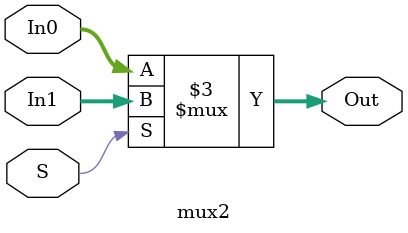
<source format=sv>
module mux2(input logic S,
					 input logic [15:0] In0, In1,
					 output logic [15:0] Out);
					 
always_comb
	begin
		if(S)
			Out = In1;
		else	
			Out = In0;
	end

endmodule	
</source>
